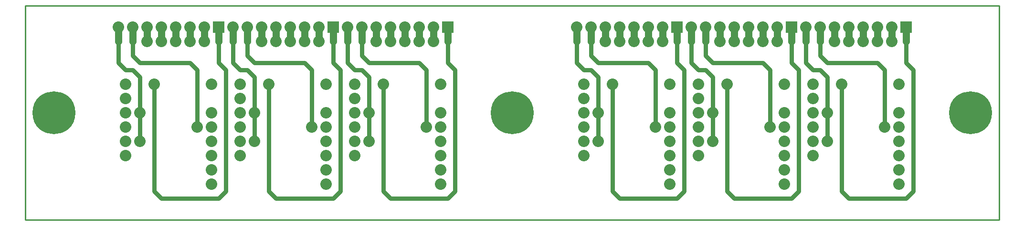
<source format=gtl>
%FSLAX23Y23*%
%MOIN*%
G70*
G01*
G75*
%ADD10C,0.010*%
%ADD11C,0.030*%
%ADD12C,0.050*%
%ADD13C,0.080*%
%ADD14R,0.080X0.080*%
%ADD15C,0.300*%
D10*
X6595Y7245D02*
Y8745D01*
Y7245D02*
X13395D01*
Y8745D01*
X6595D02*
X13395D01*
D11*
X12145Y8395D02*
Y8495D01*
Y8395D02*
X12195Y8345D01*
X12545D01*
X12595Y8295D01*
Y7895D02*
Y8295D01*
X11345Y8395D02*
Y8495D01*
Y8395D02*
X11395Y8345D01*
X11745D01*
X11795Y8295D01*
Y7895D02*
Y8295D01*
X10545Y8395D02*
Y8495D01*
Y8395D02*
X10595Y8345D01*
X10945D01*
X10995Y8295D01*
Y7895D02*
Y8295D01*
X12745Y8345D02*
Y8495D01*
Y8345D02*
X12795Y8295D01*
Y7445D02*
Y8295D01*
X12745Y7395D02*
X12795Y7445D01*
X12345Y7395D02*
X12745D01*
X12295Y7445D02*
X12345Y7395D01*
X12295Y7445D02*
Y8195D01*
X11945Y8345D02*
Y8495D01*
Y8345D02*
X11995Y8295D01*
Y7445D02*
Y8295D01*
X11945Y7395D02*
X11995Y7445D01*
X11545Y7395D02*
X11945D01*
X11495Y7445D02*
X11545Y7395D01*
X11495Y7445D02*
Y8195D01*
X11145Y8345D02*
Y8495D01*
Y8345D02*
X11195Y8295D01*
Y7445D02*
Y8295D01*
X11145Y7395D02*
X11195Y7445D01*
X10745Y7395D02*
X11145D01*
X10695Y7445D02*
X10745Y7395D01*
X10695Y7445D02*
Y8195D01*
X12195Y7795D02*
Y8245D01*
X12045Y8345D02*
Y8495D01*
Y8345D02*
X12095Y8295D01*
X12145D01*
X12195Y8245D01*
X11395Y7795D02*
Y8245D01*
X11245Y8345D02*
Y8495D01*
Y8345D02*
X11295Y8295D01*
X11345D01*
X11395Y8245D01*
X10595Y7795D02*
Y8245D01*
X10445Y8345D02*
Y8495D01*
Y8345D02*
X10495Y8295D01*
X10545D01*
X10595Y8245D01*
X9545Y8345D02*
Y8495D01*
Y8345D02*
X9595Y8295D01*
Y7445D02*
Y8295D01*
X9545Y7395D02*
X9595Y7445D01*
X9145Y7395D02*
X9545D01*
X9095Y7445D02*
X9145Y7395D01*
X9095Y7445D02*
Y8195D01*
X9395Y7895D02*
Y8295D01*
X9345Y8345D02*
X9395Y8295D01*
X8995Y8345D02*
X9345D01*
X8945Y8395D02*
X8995Y8345D01*
X8945Y8395D02*
Y8495D01*
X8995Y7795D02*
Y8245D01*
X8845Y8345D02*
Y8495D01*
Y8345D02*
X8895Y8295D01*
X8945D01*
X8995Y8245D01*
X8745Y8345D02*
Y8495D01*
X8145Y8395D02*
Y8495D01*
X8195Y7795D02*
Y8245D01*
X8045Y8345D02*
Y8495D01*
X8745Y8345D02*
X8795Y8295D01*
Y7445D02*
Y8295D01*
X8745Y7395D02*
X8795Y7445D01*
X8345Y7395D02*
X8745D01*
X8295Y7445D02*
X8345Y7395D01*
X8295Y7445D02*
Y8195D01*
X8595Y7895D02*
Y8295D01*
X8545Y8345D02*
X8595Y8295D01*
X8195Y8345D02*
X8545D01*
X8145Y8395D02*
X8195Y8345D01*
X8045D02*
X8095Y8295D01*
X8145D01*
X8195Y8245D01*
X7395Y7795D02*
Y8245D01*
X7795Y7895D02*
Y8295D01*
X7745Y8345D02*
X7795Y8295D01*
X7395Y8345D02*
X7745D01*
X7345Y8395D02*
X7395Y8345D01*
X7345Y8395D02*
Y8495D01*
Y8295D02*
X7395Y8245D01*
X7245Y8345D02*
Y8495D01*
Y8345D02*
X7295Y8295D01*
X7345D01*
X7945Y8345D02*
Y8495D01*
Y8345D02*
X7995Y8295D01*
Y7445D02*
Y8295D01*
X7945Y7395D02*
X7995Y7445D01*
X7545Y7395D02*
X7945D01*
X7495Y7445D02*
X7545Y7395D01*
X7495Y7445D02*
Y8195D01*
D12*
X12345Y8495D02*
Y8595D01*
X12445Y8495D02*
Y8595D01*
X12545Y8495D02*
Y8595D01*
X12645Y8495D02*
Y8595D01*
X12745Y8495D02*
Y8595D01*
X12245Y8495D02*
Y8595D01*
X12145Y8495D02*
Y8595D01*
X12045Y8495D02*
Y8595D01*
X11445Y8495D02*
Y8595D01*
X11545Y8495D02*
Y8595D01*
X11645Y8495D02*
Y8595D01*
X11745Y8495D02*
Y8595D01*
X11845Y8495D02*
Y8595D01*
X11945Y8495D02*
Y8595D01*
X11345Y8495D02*
Y8595D01*
X11245Y8495D02*
Y8595D01*
X11145Y8495D02*
Y8595D01*
X11045Y8495D02*
Y8595D01*
X10945Y8495D02*
Y8595D01*
X10845Y8495D02*
Y8595D01*
X10745Y8495D02*
Y8595D01*
X10645Y8495D02*
Y8595D01*
X10545Y8495D02*
Y8595D01*
X10445Y8495D02*
Y8595D01*
X9545Y8495D02*
Y8595D01*
X9445Y8495D02*
Y8595D01*
X9345Y8495D02*
Y8595D01*
X9245Y8495D02*
Y8595D01*
X9145Y8495D02*
Y8595D01*
X9045Y8495D02*
Y8595D01*
X8945Y8495D02*
Y8595D01*
X8845Y8495D02*
Y8595D01*
X8745Y8495D02*
Y8595D01*
X8645Y8495D02*
Y8595D01*
X8545Y8495D02*
Y8595D01*
X8445Y8495D02*
Y8595D01*
X8345Y8495D02*
Y8595D01*
X8245Y8495D02*
Y8595D01*
X8145Y8495D02*
Y8595D01*
X8045Y8495D02*
Y8595D01*
X7945Y8495D02*
Y8595D01*
X7845Y8495D02*
Y8595D01*
X7745Y8495D02*
Y8595D01*
X7645Y8495D02*
Y8595D01*
X7545Y8495D02*
Y8595D01*
X7445Y8495D02*
Y8595D01*
X7345Y8495D02*
Y8595D01*
X7245Y8495D02*
Y8595D01*
D13*
X7895Y8195D02*
D03*
Y7995D02*
D03*
Y7895D02*
D03*
Y7795D02*
D03*
Y7695D02*
D03*
Y7595D02*
D03*
Y7495D02*
D03*
X7295Y7695D02*
D03*
Y7795D02*
D03*
Y7895D02*
D03*
Y7995D02*
D03*
Y8095D02*
D03*
Y8195D02*
D03*
X8095D02*
D03*
Y8095D02*
D03*
Y7995D02*
D03*
Y7895D02*
D03*
Y7795D02*
D03*
Y7695D02*
D03*
X8695Y7495D02*
D03*
Y7595D02*
D03*
Y7695D02*
D03*
Y7795D02*
D03*
Y7895D02*
D03*
Y7995D02*
D03*
Y8195D02*
D03*
X9495D02*
D03*
Y7995D02*
D03*
Y7895D02*
D03*
Y7795D02*
D03*
Y7695D02*
D03*
Y7595D02*
D03*
Y7495D02*
D03*
X8895Y7695D02*
D03*
Y7795D02*
D03*
Y7895D02*
D03*
Y7995D02*
D03*
Y8095D02*
D03*
Y8195D02*
D03*
X10495D02*
D03*
Y8095D02*
D03*
Y7995D02*
D03*
Y7895D02*
D03*
Y7795D02*
D03*
Y7695D02*
D03*
X11095Y7495D02*
D03*
Y7595D02*
D03*
Y7695D02*
D03*
Y7795D02*
D03*
Y7895D02*
D03*
Y7995D02*
D03*
Y8195D02*
D03*
X11895D02*
D03*
Y7995D02*
D03*
Y7895D02*
D03*
Y7795D02*
D03*
Y7695D02*
D03*
Y7595D02*
D03*
Y7495D02*
D03*
X11295Y7695D02*
D03*
Y7795D02*
D03*
Y7895D02*
D03*
Y7995D02*
D03*
Y8095D02*
D03*
Y8195D02*
D03*
X12095D02*
D03*
Y8095D02*
D03*
Y7995D02*
D03*
Y7895D02*
D03*
Y7795D02*
D03*
Y7695D02*
D03*
X12695Y7495D02*
D03*
Y7595D02*
D03*
Y7695D02*
D03*
Y7795D02*
D03*
Y7895D02*
D03*
Y7995D02*
D03*
Y8195D02*
D03*
X12045Y8595D02*
D03*
X12145D02*
D03*
X12245D02*
D03*
X12345D02*
D03*
X12445D02*
D03*
X12545D02*
D03*
X12645D02*
D03*
X7245D02*
D03*
X7345D02*
D03*
X7445D02*
D03*
X7545D02*
D03*
X7645D02*
D03*
X7745D02*
D03*
X7845D02*
D03*
X8645D02*
D03*
X8545D02*
D03*
X8445D02*
D03*
X8345D02*
D03*
X8245D02*
D03*
X8145D02*
D03*
X8045D02*
D03*
X8845D02*
D03*
X8945D02*
D03*
X9045D02*
D03*
X9145D02*
D03*
X9245D02*
D03*
X9345D02*
D03*
X9445D02*
D03*
X11045D02*
D03*
X10945D02*
D03*
X10845D02*
D03*
X10745D02*
D03*
X10645D02*
D03*
X10545D02*
D03*
X10445D02*
D03*
X11245D02*
D03*
X11345D02*
D03*
X11445D02*
D03*
X11545D02*
D03*
X11645D02*
D03*
X11745D02*
D03*
X11845D02*
D03*
X7795Y7895D02*
D03*
X8995Y7995D02*
D03*
X8595Y7895D02*
D03*
X10995D02*
D03*
X11795D02*
D03*
X12595D02*
D03*
X12295Y8195D02*
D03*
X11495D02*
D03*
X12195Y7995D02*
D03*
Y7795D02*
D03*
X11395Y7995D02*
D03*
Y7795D02*
D03*
X10595D02*
D03*
Y7995D02*
D03*
X10695Y8195D02*
D03*
X12645Y8495D02*
D03*
X12545D02*
D03*
X12445D02*
D03*
X12345D02*
D03*
X12245D02*
D03*
X11845D02*
D03*
X11745D02*
D03*
X11645D02*
D03*
X11545D02*
D03*
X11445D02*
D03*
X11045D02*
D03*
X10945D02*
D03*
X10845D02*
D03*
X10745D02*
D03*
X10645D02*
D03*
X9095Y8195D02*
D03*
X9395Y7895D02*
D03*
X8995Y7795D02*
D03*
X8645Y8495D02*
D03*
X8545D02*
D03*
X8445D02*
D03*
X8345D02*
D03*
X8245D02*
D03*
X9445D02*
D03*
X9345D02*
D03*
X9245D02*
D03*
X9145D02*
D03*
X9045D02*
D03*
X8195Y7995D02*
D03*
Y7795D02*
D03*
X8295Y8195D02*
D03*
X7395Y7795D02*
D03*
Y7995D02*
D03*
X7495Y8195D02*
D03*
X7845Y8495D02*
D03*
X7745D02*
D03*
X7645D02*
D03*
X7545D02*
D03*
X7445D02*
D03*
D14*
X12745Y8595D02*
D03*
X7945D02*
D03*
X8745D02*
D03*
X9545D02*
D03*
X11145D02*
D03*
X11945D02*
D03*
D15*
X13195Y7995D02*
D03*
X6795D02*
D03*
X9995D02*
D03*
M02*

</source>
